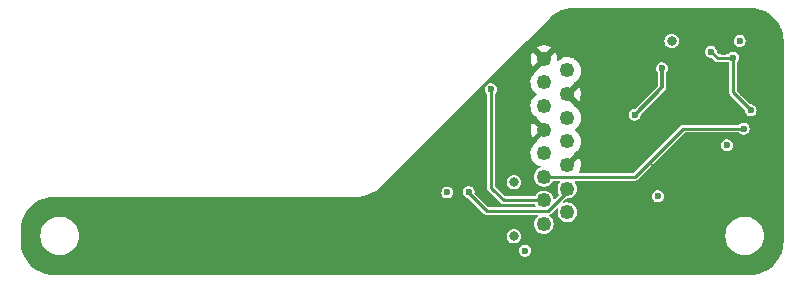
<source format=gbr>
%TF.GenerationSoftware,KiCad,Pcbnew,(6.0.5-0)*%
%TF.CreationDate,2025-05-14T10:57:02-04:00*%
%TF.ProjectId,SDTV2CSI,53445456-3243-4534-992e-6b696361645f,rev?*%
%TF.SameCoordinates,Original*%
%TF.FileFunction,Copper,L4,Bot*%
%TF.FilePolarity,Positive*%
%FSLAX46Y46*%
G04 Gerber Fmt 4.6, Leading zero omitted, Abs format (unit mm)*
G04 Created by KiCad (PCBNEW (6.0.5-0)) date 2025-05-14 10:57:02*
%MOMM*%
%LPD*%
G01*
G04 APERTURE LIST*
%TA.AperFunction,ComponentPad*%
%ADD10C,1.250000*%
%TD*%
%TA.AperFunction,ViaPad*%
%ADD11C,0.600000*%
%TD*%
%TA.AperFunction,ViaPad*%
%ADD12C,0.800000*%
%TD*%
%TA.AperFunction,Conductor*%
%ADD13C,0.250000*%
%TD*%
%TA.AperFunction,Conductor*%
%ADD14C,0.300000*%
%TD*%
%TA.AperFunction,Conductor*%
%ADD15C,0.254000*%
%TD*%
G04 APERTURE END LIST*
D10*
%TO.P,J1,1*%
%TO.N,+3V3*%
X60000000Y-68500000D03*
%TO.P,J1,2*%
%TO.N,CSDA*%
X62000000Y-67500000D03*
%TO.P,J1,3*%
%TO.N,CSCL*%
X60000000Y-66500000D03*
%TO.P,J1,4*%
%TO.N,LED_EN*%
X62000000Y-65500000D03*
%TO.P,J1,5*%
%TO.N,PWR_EN*%
X60000000Y-64500000D03*
%TO.P,J1,6*%
%TO.N,GND*%
X62000000Y-63500000D03*
%TO.P,J1,7*%
%TO.N,CLK+*%
X60000000Y-62500000D03*
%TO.P,J1,8*%
%TO.N,CLK-*%
X62000000Y-61500000D03*
%TO.P,J1,9*%
%TO.N,GND*%
X60000000Y-60500000D03*
%TO.P,J1,10*%
%TO.N,CD1+*%
X62000000Y-59500000D03*
%TO.P,J1,11*%
%TO.N,CD1-*%
X60000000Y-58499998D03*
%TO.P,J1,12*%
%TO.N,GND*%
X62000000Y-57500000D03*
%TO.P,J1,13*%
%TO.N,CD0+*%
X60000000Y-56500000D03*
%TO.P,J1,14*%
%TO.N,CD0-*%
X62000000Y-55500000D03*
%TO.P,J1,15*%
%TO.N,GND*%
X60000000Y-54500000D03*
%TD*%
D11*
%TO.N,GND*%
X75800000Y-65450000D03*
X72200000Y-55150000D03*
X66950000Y-53650000D03*
X67400000Y-57110000D03*
X77970000Y-56220000D03*
X72830000Y-70400000D03*
X67840000Y-60120000D03*
X72870000Y-66000000D03*
X50230000Y-71180000D03*
X61680000Y-50700000D03*
X76440000Y-50700000D03*
X69100000Y-54000000D03*
X69350000Y-63650000D03*
X72250000Y-53900000D03*
X52640000Y-65350000D03*
X61120000Y-52930000D03*
X51820000Y-70260000D03*
X64200000Y-70350000D03*
X72250000Y-52100000D03*
X77420000Y-64430000D03*
X54480000Y-64050000D03*
X76830000Y-57370000D03*
X71650000Y-66710000D03*
X70900000Y-54000000D03*
X69350000Y-64750000D03*
D12*
X64550000Y-66350000D03*
D11*
X75250000Y-52100000D03*
X78120000Y-51980000D03*
X66000000Y-56050000D03*
X58330000Y-69530000D03*
X75250000Y-53900000D03*
X75130000Y-61130000D03*
X51500000Y-66950000D03*
X74600000Y-63250000D03*
X71150000Y-64750000D03*
X73840000Y-69900000D03*
X77330000Y-59650000D03*
X73660000Y-68180000D03*
X60520000Y-71510000D03*
X78710000Y-64890000D03*
X70650000Y-69090000D03*
X65650000Y-59390000D03*
X69390000Y-55800000D03*
X65620000Y-60700000D03*
X56630000Y-56850000D03*
X58290000Y-55880000D03*
X76400000Y-63250000D03*
X56500000Y-65020000D03*
X64500000Y-69000000D03*
%TO.N,+3V3*%
X76580000Y-53000000D03*
D12*
X57450000Y-64970000D03*
%TO.N,+1V8*%
X57450000Y-69540000D03*
D11*
X69660000Y-66150000D03*
X58400000Y-70750000D03*
X75500000Y-61830000D03*
D12*
X70820000Y-53000000D03*
D11*
%TO.N,PWR_EN*%
X51830000Y-65830000D03*
X76920000Y-60420000D03*
%TO.N,LED_EN*%
X53630000Y-65790000D03*
%TO.N,DVDDIO*%
X77510000Y-58870000D03*
X76000000Y-54410000D03*
X74150000Y-53920000D03*
%TO.N,MVDD*%
X67690000Y-59250000D03*
X70000000Y-55320000D03*
%TO.N,CSCL*%
X55510000Y-57100000D03*
%TD*%
D13*
%TO.N,PWR_EN*%
X71783558Y-60420000D02*
X67703558Y-64500000D01*
X67703558Y-64500000D02*
X60000000Y-64500000D01*
X76920000Y-60420000D02*
X71783558Y-60420000D01*
%TO.N,LED_EN*%
X55152311Y-67402311D02*
X53630000Y-65880000D01*
X53630000Y-65880000D02*
X53630000Y-65790000D01*
X62000000Y-65500000D02*
X62000000Y-65776062D01*
X60373751Y-67402311D02*
X55152311Y-67402311D01*
X62000000Y-65776062D02*
X60373751Y-67402311D01*
%TO.N,DVDDIO*%
X76000000Y-57360000D02*
X77510000Y-58870000D01*
X76000000Y-54410000D02*
X76000000Y-57360000D01*
X74707311Y-54477311D02*
X75932689Y-54477311D01*
X75932689Y-54477311D02*
X76000000Y-54410000D01*
X74150000Y-53920000D02*
X74707311Y-54477311D01*
D14*
%TO.N,MVDD*%
X70000000Y-55320000D02*
X70000000Y-56940000D01*
X70000000Y-56940000D02*
X67690000Y-59250000D01*
D15*
%TO.N,CSCL*%
X55510000Y-63410000D02*
X55510000Y-57100000D01*
X56590000Y-66500000D02*
X55670000Y-65580000D01*
X60000000Y-66500000D02*
X56590000Y-66500000D01*
X55670000Y-65580000D02*
X55510000Y-65420000D01*
X55510000Y-65420000D02*
X55510000Y-63410000D01*
%TD*%
%TA.AperFunction,Conductor*%
%TO.N,GND*%
G36*
X77485170Y-50205613D02*
G01*
X77491380Y-50207041D01*
X77491381Y-50207041D01*
X77499635Y-50208939D01*
X77507970Y-50207053D01*
X77528784Y-50205316D01*
X77808872Y-50221046D01*
X77817245Y-50221990D01*
X78118078Y-50273103D01*
X78126293Y-50274978D01*
X78419498Y-50359449D01*
X78427458Y-50362234D01*
X78709367Y-50479005D01*
X78716965Y-50482664D01*
X78984029Y-50630265D01*
X78991169Y-50634752D01*
X79240022Y-50811322D01*
X79246615Y-50816580D01*
X79474134Y-51019903D01*
X79480097Y-51025866D01*
X79683420Y-51253385D01*
X79688678Y-51259978D01*
X79865248Y-51508831D01*
X79869735Y-51515971D01*
X80017336Y-51783035D01*
X80020995Y-51790633D01*
X80137766Y-52072542D01*
X80140551Y-52080502D01*
X80225021Y-52373703D01*
X80226897Y-52381922D01*
X80278010Y-52682752D01*
X80278954Y-52691132D01*
X80294656Y-52970738D01*
X80292960Y-52990649D01*
X80292959Y-52991382D01*
X80291061Y-52999635D01*
X80292930Y-53007895D01*
X80294446Y-53014595D01*
X80296300Y-53031191D01*
X80296300Y-69968318D01*
X80294387Y-69985170D01*
X80291061Y-69999635D01*
X80292930Y-70007893D01*
X80292947Y-70007968D01*
X80294684Y-70028784D01*
X80278954Y-70308869D01*
X80278010Y-70317245D01*
X80228863Y-70606512D01*
X80226898Y-70618075D01*
X80225022Y-70626293D01*
X80191174Y-70743783D01*
X80140551Y-70919498D01*
X80137766Y-70927458D01*
X80020995Y-71209367D01*
X80017336Y-71216965D01*
X79869735Y-71484029D01*
X79865248Y-71491169D01*
X79688678Y-71740022D01*
X79683420Y-71746615D01*
X79480097Y-71974134D01*
X79474134Y-71980097D01*
X79246615Y-72183420D01*
X79240022Y-72188678D01*
X78991169Y-72365248D01*
X78984029Y-72369735D01*
X78716965Y-72517336D01*
X78709367Y-72520995D01*
X78427458Y-72637766D01*
X78419499Y-72640551D01*
X78126293Y-72725022D01*
X78118078Y-72726897D01*
X77817245Y-72778010D01*
X77808870Y-72778954D01*
X77750583Y-72782227D01*
X77529262Y-72794656D01*
X77509351Y-72792960D01*
X77508618Y-72792959D01*
X77500365Y-72791061D01*
X77492105Y-72792930D01*
X77485405Y-72794446D01*
X77468809Y-72796300D01*
X18531682Y-72796300D01*
X18514830Y-72794387D01*
X18508620Y-72792959D01*
X18508619Y-72792959D01*
X18500365Y-72791061D01*
X18492030Y-72792947D01*
X18471216Y-72794684D01*
X18191128Y-72778954D01*
X18182755Y-72778010D01*
X17881922Y-72726897D01*
X17873707Y-72725022D01*
X17580501Y-72640551D01*
X17572542Y-72637766D01*
X17290633Y-72520995D01*
X17283035Y-72517336D01*
X17015971Y-72369735D01*
X17008831Y-72365248D01*
X16759978Y-72188678D01*
X16753385Y-72183420D01*
X16525866Y-71980097D01*
X16519903Y-71974134D01*
X16316580Y-71746615D01*
X16311322Y-71740022D01*
X16134752Y-71491169D01*
X16130265Y-71484029D01*
X15982664Y-71216965D01*
X15979005Y-71209367D01*
X15862234Y-70927458D01*
X15859449Y-70919498D01*
X15808826Y-70743783D01*
X15774978Y-70626293D01*
X15773102Y-70618075D01*
X15771138Y-70606512D01*
X15721990Y-70317245D01*
X15721046Y-70308869D01*
X15705357Y-70029501D01*
X15707180Y-70008313D01*
X15708938Y-70000729D01*
X15708939Y-70000000D01*
X15705583Y-69985288D01*
X15703700Y-69968564D01*
X15703700Y-69500000D01*
X17369474Y-69500000D01*
X17389548Y-69755070D01*
X17390238Y-69757944D01*
X17448436Y-70000351D01*
X17449278Y-70003860D01*
X17450408Y-70006589D01*
X17450410Y-70006594D01*
X17500765Y-70128161D01*
X17547191Y-70240243D01*
X17680877Y-70458399D01*
X17847044Y-70652956D01*
X18041601Y-70819123D01*
X18259757Y-70952809D01*
X18262479Y-70953936D01*
X18262480Y-70953937D01*
X18493406Y-71049590D01*
X18493411Y-71049592D01*
X18496140Y-71050722D01*
X18499017Y-71051413D01*
X18499021Y-71051414D01*
X18738841Y-71108990D01*
X18744930Y-71110452D01*
X18747874Y-71110684D01*
X18747876Y-71110684D01*
X18934659Y-71125384D01*
X18934667Y-71125384D01*
X18936137Y-71125500D01*
X19063863Y-71125500D01*
X19065333Y-71125384D01*
X19065341Y-71125384D01*
X19252124Y-71110684D01*
X19252126Y-71110684D01*
X19255070Y-71110452D01*
X19261159Y-71108990D01*
X19500979Y-71051414D01*
X19500983Y-71051413D01*
X19503860Y-71050722D01*
X19506589Y-71049592D01*
X19506594Y-71049590D01*
X19737520Y-70953937D01*
X19737521Y-70953936D01*
X19740243Y-70952809D01*
X19958399Y-70819123D01*
X20046611Y-70743783D01*
X57891158Y-70743783D01*
X57891852Y-70749090D01*
X57891852Y-70749093D01*
X57893972Y-70765302D01*
X57909866Y-70886848D01*
X57912022Y-70891748D01*
X57939386Y-70953937D01*
X57967975Y-71018912D01*
X58060815Y-71129358D01*
X58065274Y-71132326D01*
X58065275Y-71132327D01*
X58083319Y-71144338D01*
X58180922Y-71209308D01*
X58186034Y-71210905D01*
X58186036Y-71210906D01*
X58257863Y-71233346D01*
X58318640Y-71252334D01*
X58377487Y-71253413D01*
X58457536Y-71254880D01*
X58457538Y-71254880D01*
X58462898Y-71254978D01*
X58468069Y-71253568D01*
X58468071Y-71253568D01*
X58543186Y-71233089D01*
X58602101Y-71217027D01*
X58655120Y-71184473D01*
X58720487Y-71144338D01*
X58720490Y-71144336D01*
X58725056Y-71141532D01*
X58733388Y-71132327D01*
X58818287Y-71038533D01*
X58818288Y-71038531D01*
X58821881Y-71034562D01*
X58884790Y-70904716D01*
X58908728Y-70762433D01*
X58908880Y-70750000D01*
X58907990Y-70743783D01*
X58889185Y-70612471D01*
X58889184Y-70612468D01*
X58888426Y-70607174D01*
X58828707Y-70475830D01*
X58786578Y-70426937D01*
X58738019Y-70370581D01*
X58738016Y-70370578D01*
X58734525Y-70366527D01*
X58658498Y-70317248D01*
X58617947Y-70290964D01*
X58617946Y-70290964D01*
X58613451Y-70288050D01*
X58475217Y-70246710D01*
X58469861Y-70246677D01*
X58469859Y-70246677D01*
X58405476Y-70246284D01*
X58330937Y-70245828D01*
X58192209Y-70285477D01*
X58070185Y-70362468D01*
X57974674Y-70470613D01*
X57972399Y-70475460D01*
X57972397Y-70475462D01*
X57969933Y-70480711D01*
X57913356Y-70601218D01*
X57891158Y-70743783D01*
X20046611Y-70743783D01*
X20152956Y-70652956D01*
X20319123Y-70458399D01*
X20452809Y-70240243D01*
X20499235Y-70128161D01*
X20549590Y-70006594D01*
X20549592Y-70006589D01*
X20550722Y-70003860D01*
X20551565Y-70000351D01*
X20609762Y-69757944D01*
X20610452Y-69755070D01*
X20627378Y-69540000D01*
X56841091Y-69540000D01*
X56861839Y-69697597D01*
X56922669Y-69844454D01*
X57019436Y-69970564D01*
X57023343Y-69973562D01*
X57038471Y-69985170D01*
X57145545Y-70067331D01*
X57218974Y-70097746D01*
X57287854Y-70126277D01*
X57287856Y-70126277D01*
X57292403Y-70128161D01*
X57297281Y-70128803D01*
X57297284Y-70128804D01*
X57445116Y-70148266D01*
X57450000Y-70148909D01*
X57454884Y-70148266D01*
X57602716Y-70128804D01*
X57602719Y-70128803D01*
X57607597Y-70128161D01*
X57612144Y-70126277D01*
X57612146Y-70126277D01*
X57681026Y-70097746D01*
X57754455Y-70067331D01*
X57861529Y-69985170D01*
X57876657Y-69973562D01*
X57880564Y-69970564D01*
X57977331Y-69844454D01*
X58038161Y-69697597D01*
X58058909Y-69540000D01*
X58053643Y-69500000D01*
X75369474Y-69500000D01*
X75389548Y-69755070D01*
X75390238Y-69757944D01*
X75448436Y-70000351D01*
X75449278Y-70003860D01*
X75450408Y-70006589D01*
X75450410Y-70006594D01*
X75500765Y-70128161D01*
X75547191Y-70240243D01*
X75680877Y-70458399D01*
X75847044Y-70652956D01*
X76041601Y-70819123D01*
X76259757Y-70952809D01*
X76262479Y-70953936D01*
X76262480Y-70953937D01*
X76493406Y-71049590D01*
X76493411Y-71049592D01*
X76496140Y-71050722D01*
X76499017Y-71051413D01*
X76499021Y-71051414D01*
X76738841Y-71108990D01*
X76744930Y-71110452D01*
X76747874Y-71110684D01*
X76747876Y-71110684D01*
X76934659Y-71125384D01*
X76934667Y-71125384D01*
X76936137Y-71125500D01*
X77063863Y-71125500D01*
X77065333Y-71125384D01*
X77065341Y-71125384D01*
X77252124Y-71110684D01*
X77252126Y-71110684D01*
X77255070Y-71110452D01*
X77261159Y-71108990D01*
X77500979Y-71051414D01*
X77500983Y-71051413D01*
X77503860Y-71050722D01*
X77506589Y-71049592D01*
X77506594Y-71049590D01*
X77737520Y-70953937D01*
X77737521Y-70953936D01*
X77740243Y-70952809D01*
X77958399Y-70819123D01*
X78152956Y-70652956D01*
X78319123Y-70458399D01*
X78452809Y-70240243D01*
X78499235Y-70128161D01*
X78549590Y-70006594D01*
X78549592Y-70006589D01*
X78550722Y-70003860D01*
X78551565Y-70000351D01*
X78609762Y-69757944D01*
X78610452Y-69755070D01*
X78630526Y-69500000D01*
X78610452Y-69244930D01*
X78580831Y-69121551D01*
X78551414Y-68999021D01*
X78551413Y-68999017D01*
X78550722Y-68996140D01*
X78549303Y-68992713D01*
X78453937Y-68762480D01*
X78453936Y-68762479D01*
X78452809Y-68759757D01*
X78319123Y-68541601D01*
X78152956Y-68347044D01*
X77958399Y-68180877D01*
X77740243Y-68047191D01*
X77650985Y-68010219D01*
X77506594Y-67950410D01*
X77506589Y-67950408D01*
X77503860Y-67949278D01*
X77500983Y-67948587D01*
X77500979Y-67948586D01*
X77257944Y-67890238D01*
X77255070Y-67889548D01*
X77252126Y-67889316D01*
X77252124Y-67889316D01*
X77065341Y-67874616D01*
X77065333Y-67874616D01*
X77063863Y-67874500D01*
X76936137Y-67874500D01*
X76934667Y-67874616D01*
X76934659Y-67874616D01*
X76747876Y-67889316D01*
X76747874Y-67889316D01*
X76744930Y-67889548D01*
X76742056Y-67890238D01*
X76499021Y-67948586D01*
X76499017Y-67948587D01*
X76496140Y-67949278D01*
X76493411Y-67950408D01*
X76493406Y-67950410D01*
X76349015Y-68010219D01*
X76259757Y-68047191D01*
X76041601Y-68180877D01*
X75847044Y-68347044D01*
X75680877Y-68541601D01*
X75547191Y-68759757D01*
X75546064Y-68762479D01*
X75546063Y-68762480D01*
X75450698Y-68992713D01*
X75449278Y-68996140D01*
X75448587Y-68999017D01*
X75448586Y-68999021D01*
X75419169Y-69121551D01*
X75389548Y-69244930D01*
X75369474Y-69500000D01*
X58053643Y-69500000D01*
X58038161Y-69382403D01*
X57977331Y-69235546D01*
X57880564Y-69109436D01*
X57754455Y-69012669D01*
X57653796Y-68970975D01*
X57612146Y-68953723D01*
X57612144Y-68953723D01*
X57607597Y-68951839D01*
X57602719Y-68951197D01*
X57602716Y-68951196D01*
X57454884Y-68931734D01*
X57450000Y-68931091D01*
X57445116Y-68931734D01*
X57297284Y-68951196D01*
X57297281Y-68951197D01*
X57292403Y-68951839D01*
X57287856Y-68953723D01*
X57287854Y-68953723D01*
X57246204Y-68970975D01*
X57145546Y-69012669D01*
X57019436Y-69109436D01*
X56922669Y-69235546D01*
X56861839Y-69382403D01*
X56841091Y-69540000D01*
X20627378Y-69540000D01*
X20630526Y-69500000D01*
X20610452Y-69244930D01*
X20580831Y-69121551D01*
X20551414Y-68999021D01*
X20551413Y-68999017D01*
X20550722Y-68996140D01*
X20549303Y-68992713D01*
X20453937Y-68762480D01*
X20453936Y-68762479D01*
X20452809Y-68759757D01*
X20319123Y-68541601D01*
X20152956Y-68347044D01*
X19958399Y-68180877D01*
X19740243Y-68047191D01*
X19650985Y-68010219D01*
X19506594Y-67950410D01*
X19506589Y-67950408D01*
X19503860Y-67949278D01*
X19500983Y-67948587D01*
X19500979Y-67948586D01*
X19257944Y-67890238D01*
X19255070Y-67889548D01*
X19252126Y-67889316D01*
X19252124Y-67889316D01*
X19065341Y-67874616D01*
X19065333Y-67874616D01*
X19063863Y-67874500D01*
X18936137Y-67874500D01*
X18934667Y-67874616D01*
X18934659Y-67874616D01*
X18747876Y-67889316D01*
X18747874Y-67889316D01*
X18744930Y-67889548D01*
X18742056Y-67890238D01*
X18499021Y-67948586D01*
X18499017Y-67948587D01*
X18496140Y-67949278D01*
X18493411Y-67950408D01*
X18493406Y-67950410D01*
X18349015Y-68010219D01*
X18259757Y-68047191D01*
X18041601Y-68180877D01*
X17847044Y-68347044D01*
X17680877Y-68541601D01*
X17547191Y-68759757D01*
X17546064Y-68762479D01*
X17546063Y-68762480D01*
X17450698Y-68992713D01*
X17449278Y-68996140D01*
X17448587Y-68999017D01*
X17448586Y-68999021D01*
X17419169Y-69121551D01*
X17389548Y-69244930D01*
X17369474Y-69500000D01*
X15703700Y-69500000D01*
X15703700Y-69031929D01*
X15705642Y-69014949D01*
X15707976Y-69004878D01*
X15708938Y-69000729D01*
X15708939Y-69000000D01*
X15707995Y-68995862D01*
X15707994Y-68995853D01*
X15707096Y-68991918D01*
X15705330Y-68970975D01*
X15721046Y-68691131D01*
X15721990Y-68682752D01*
X15724271Y-68669328D01*
X15773103Y-68381922D01*
X15774979Y-68373703D01*
X15782660Y-68347044D01*
X15859449Y-68080501D01*
X15862234Y-68072542D01*
X15979005Y-67790633D01*
X15982664Y-67783035D01*
X16130265Y-67515971D01*
X16134752Y-67508831D01*
X16311322Y-67259978D01*
X16316580Y-67253385D01*
X16519903Y-67025866D01*
X16525866Y-67019903D01*
X16753385Y-66816580D01*
X16759978Y-66811322D01*
X17008831Y-66634752D01*
X17015971Y-66630265D01*
X17283035Y-66482664D01*
X17290633Y-66479005D01*
X17572542Y-66362234D01*
X17580502Y-66359449D01*
X17610780Y-66350726D01*
X17873707Y-66274978D01*
X17881922Y-66273103D01*
X18182755Y-66221990D01*
X18191130Y-66221046D01*
X18249417Y-66217773D01*
X18470738Y-66205344D01*
X18490649Y-66207040D01*
X18491382Y-66207041D01*
X18499635Y-66208939D01*
X18507895Y-66207070D01*
X18514595Y-66205554D01*
X18531191Y-66203700D01*
X43968071Y-66203700D01*
X43985052Y-66205642D01*
X43999271Y-66208938D01*
X44000000Y-66208939D01*
X44004141Y-66207994D01*
X44008361Y-66207522D01*
X44008378Y-66207673D01*
X44014287Y-66206861D01*
X44312549Y-66192209D01*
X44312554Y-66192208D01*
X44314396Y-66192118D01*
X44625764Y-66145931D01*
X44778435Y-66107689D01*
X44929302Y-66069898D01*
X44929304Y-66069897D01*
X44931106Y-66069446D01*
X45227481Y-65963402D01*
X45229144Y-65962616D01*
X45229150Y-65962613D01*
X45369758Y-65896110D01*
X45512035Y-65828818D01*
X45520435Y-65823783D01*
X51321158Y-65823783D01*
X51321852Y-65829090D01*
X51321852Y-65829093D01*
X51326757Y-65866598D01*
X51339866Y-65966848D01*
X51342022Y-65971748D01*
X51385209Y-66069898D01*
X51397975Y-66098912D01*
X51490815Y-66209358D01*
X51495274Y-66212326D01*
X51495275Y-66212327D01*
X51586576Y-66273102D01*
X51610922Y-66289308D01*
X51616034Y-66290905D01*
X51616036Y-66290906D01*
X51660240Y-66304716D01*
X51748640Y-66332334D01*
X51807487Y-66333413D01*
X51887536Y-66334880D01*
X51887538Y-66334880D01*
X51892898Y-66334978D01*
X51898069Y-66333568D01*
X51898071Y-66333568D01*
X52003898Y-66304716D01*
X52032101Y-66297027D01*
X52114656Y-66246338D01*
X52150487Y-66224338D01*
X52150490Y-66224336D01*
X52155056Y-66221532D01*
X52163388Y-66212327D01*
X52248287Y-66118533D01*
X52248288Y-66118531D01*
X52251881Y-66114562D01*
X52314790Y-65984716D01*
X52338728Y-65842433D01*
X52338880Y-65830000D01*
X52337990Y-65823783D01*
X52332262Y-65783783D01*
X53121158Y-65783783D01*
X53121852Y-65789090D01*
X53121852Y-65789093D01*
X53127583Y-65832914D01*
X53139866Y-65926848D01*
X53197975Y-66058912D01*
X53290815Y-66169358D01*
X53295274Y-66172326D01*
X53295275Y-66172327D01*
X53369883Y-66221990D01*
X53410922Y-66249308D01*
X53416034Y-66250905D01*
X53416036Y-66250906D01*
X53460068Y-66264662D01*
X53548640Y-66292334D01*
X53553997Y-66292432D01*
X53558158Y-66293106D01*
X53599313Y-66314165D01*
X54907406Y-67622258D01*
X54911839Y-67627095D01*
X54911842Y-67627098D01*
X54937767Y-67657994D01*
X54970678Y-67676995D01*
X54972687Y-67678155D01*
X54978218Y-67681679D01*
X55011253Y-67704810D01*
X55017608Y-67706513D01*
X55022459Y-67708775D01*
X55027415Y-67710828D01*
X55032456Y-67712663D01*
X55038155Y-67715953D01*
X55070941Y-67721734D01*
X55077865Y-67722955D01*
X55084271Y-67724375D01*
X55123221Y-67734812D01*
X55129773Y-67734239D01*
X55129775Y-67734239D01*
X55163397Y-67731297D01*
X55169951Y-67731011D01*
X59417112Y-67731011D01*
X59465450Y-67748604D01*
X59491170Y-67793153D01*
X59482237Y-67843811D01*
X59461313Y-67867049D01*
X59450898Y-67874616D01*
X59442437Y-67880763D01*
X59439803Y-67883689D01*
X59439799Y-67883692D01*
X59329859Y-68005794D01*
X59325874Y-68010219D01*
X59238775Y-68161081D01*
X59184944Y-68326754D01*
X59184532Y-68330670D01*
X59184532Y-68330672D01*
X59182811Y-68347044D01*
X59166735Y-68500000D01*
X59167147Y-68503920D01*
X59170872Y-68539356D01*
X59184944Y-68673246D01*
X59238775Y-68838919D01*
X59325874Y-68989781D01*
X59328514Y-68992713D01*
X59439801Y-69116310D01*
X59439804Y-69116312D01*
X59442437Y-69119237D01*
X59583367Y-69221629D01*
X59586967Y-69223232D01*
X59586969Y-69223233D01*
X59605850Y-69231639D01*
X59742507Y-69292482D01*
X59746354Y-69293300D01*
X59746358Y-69293301D01*
X59827704Y-69310591D01*
X59912900Y-69328700D01*
X60087100Y-69328700D01*
X60172296Y-69310591D01*
X60253642Y-69293301D01*
X60253646Y-69293300D01*
X60257493Y-69292482D01*
X60394150Y-69231639D01*
X60413031Y-69223233D01*
X60413033Y-69223232D01*
X60416633Y-69221629D01*
X60557563Y-69119237D01*
X60560196Y-69116312D01*
X60560199Y-69116310D01*
X60671486Y-68992713D01*
X60674126Y-68989781D01*
X60761225Y-68838919D01*
X60815056Y-68673246D01*
X60829129Y-68539356D01*
X60832853Y-68503920D01*
X60833265Y-68500000D01*
X60817189Y-68347044D01*
X60815468Y-68330672D01*
X60815468Y-68330670D01*
X60815056Y-68326754D01*
X60761225Y-68161081D01*
X60674126Y-68010219D01*
X60669626Y-68005221D01*
X60560199Y-67883690D01*
X60560196Y-67883688D01*
X60557563Y-67880763D01*
X60548943Y-67874500D01*
X60495569Y-67835721D01*
X60466805Y-67793075D01*
X60472182Y-67741917D01*
X60507991Y-67706728D01*
X60508450Y-67706514D01*
X60514809Y-67704810D01*
X60547844Y-67681679D01*
X60553375Y-67678155D01*
X60568664Y-67669328D01*
X60588295Y-67657994D01*
X60614223Y-67627095D01*
X60618652Y-67622262D01*
X61093788Y-67147126D01*
X61140408Y-67125386D01*
X61190095Y-67138700D01*
X61219600Y-67180837D01*
X61218481Y-67223538D01*
X61184944Y-67326754D01*
X61166735Y-67500000D01*
X61167147Y-67503920D01*
X61183687Y-67661282D01*
X61184944Y-67673246D01*
X61186162Y-67676994D01*
X61186162Y-67676995D01*
X61201096Y-67722955D01*
X61238775Y-67838919D01*
X61325874Y-67989781D01*
X61328514Y-67992713D01*
X61439801Y-68116310D01*
X61439804Y-68116312D01*
X61442437Y-68119237D01*
X61583367Y-68221629D01*
X61586967Y-68223232D01*
X61586969Y-68223233D01*
X61642243Y-68247842D01*
X61742507Y-68292482D01*
X61746354Y-68293300D01*
X61746358Y-68293301D01*
X61827704Y-68310591D01*
X61912900Y-68328700D01*
X62087100Y-68328700D01*
X62172296Y-68310591D01*
X62253642Y-68293301D01*
X62253646Y-68293300D01*
X62257493Y-68292482D01*
X62357757Y-68247842D01*
X62413031Y-68223233D01*
X62413033Y-68223232D01*
X62416633Y-68221629D01*
X62557563Y-68119237D01*
X62560196Y-68116312D01*
X62560199Y-68116310D01*
X62671486Y-67992713D01*
X62674126Y-67989781D01*
X62761225Y-67838919D01*
X62798904Y-67722955D01*
X62813838Y-67676995D01*
X62813838Y-67676994D01*
X62815056Y-67673246D01*
X62816314Y-67661282D01*
X62832853Y-67503920D01*
X62833265Y-67500000D01*
X62815056Y-67326754D01*
X62761225Y-67161081D01*
X62674126Y-67010219D01*
X62669626Y-67005221D01*
X62560199Y-66883690D01*
X62560196Y-66883688D01*
X62557563Y-66880763D01*
X62416633Y-66778371D01*
X62413033Y-66776768D01*
X62413031Y-66776767D01*
X62357757Y-66752158D01*
X62257493Y-66707518D01*
X62253646Y-66706700D01*
X62253642Y-66706699D01*
X62172296Y-66689409D01*
X62087100Y-66671300D01*
X61912900Y-66671300D01*
X61742507Y-66707518D01*
X61738911Y-66709119D01*
X61738905Y-66709121D01*
X61736237Y-66710309D01*
X61684923Y-66713895D01*
X61643308Y-66683658D01*
X61630865Y-66633746D01*
X61652479Y-66588435D01*
X61890188Y-66350726D01*
X61936808Y-66328986D01*
X61943362Y-66328700D01*
X62087100Y-66328700D01*
X62172297Y-66310591D01*
X62253642Y-66293301D01*
X62253646Y-66293300D01*
X62257493Y-66292482D01*
X62361135Y-66246338D01*
X62413031Y-66223233D01*
X62413033Y-66223232D01*
X62416633Y-66221629D01*
X62523778Y-66143783D01*
X69151158Y-66143783D01*
X69151852Y-66149090D01*
X69151852Y-66149093D01*
X69159247Y-66205642D01*
X69169866Y-66286848D01*
X69172022Y-66291748D01*
X69209665Y-66377298D01*
X69227975Y-66418912D01*
X69320815Y-66529358D01*
X69325274Y-66532326D01*
X69325275Y-66532327D01*
X69343319Y-66544338D01*
X69440922Y-66609308D01*
X69446034Y-66610905D01*
X69446036Y-66610906D01*
X69508001Y-66630265D01*
X69578640Y-66652334D01*
X69637487Y-66653413D01*
X69717536Y-66654880D01*
X69717538Y-66654880D01*
X69722898Y-66654978D01*
X69728069Y-66653568D01*
X69728071Y-66653568D01*
X69813544Y-66630265D01*
X69862101Y-66617027D01*
X69915120Y-66584473D01*
X69980487Y-66544338D01*
X69980490Y-66544336D01*
X69985056Y-66541532D01*
X69993388Y-66532327D01*
X70078287Y-66438533D01*
X70078288Y-66438531D01*
X70081881Y-66434562D01*
X70132183Y-66330737D01*
X70142454Y-66309538D01*
X70142454Y-66309537D01*
X70144790Y-66304716D01*
X70168728Y-66162433D01*
X70168880Y-66150000D01*
X70168468Y-66147121D01*
X70149185Y-66012471D01*
X70149184Y-66012468D01*
X70148426Y-66007174D01*
X70088707Y-65875830D01*
X70039303Y-65818494D01*
X69998019Y-65770581D01*
X69998016Y-65770578D01*
X69994525Y-65766527D01*
X69873451Y-65688050D01*
X69735217Y-65646710D01*
X69729861Y-65646677D01*
X69729859Y-65646677D01*
X69665476Y-65646284D01*
X69590937Y-65645828D01*
X69452209Y-65685477D01*
X69330185Y-65762468D01*
X69234674Y-65870613D01*
X69232399Y-65875460D01*
X69232397Y-65875462D01*
X69217878Y-65906387D01*
X69173356Y-66001218D01*
X69151158Y-66143783D01*
X62523778Y-66143783D01*
X62557563Y-66119237D01*
X62560196Y-66116312D01*
X62560199Y-66116310D01*
X62671486Y-65992713D01*
X62674126Y-65989781D01*
X62761225Y-65838919D01*
X62810246Y-65688050D01*
X62813838Y-65676995D01*
X62813838Y-65676994D01*
X62815056Y-65673246D01*
X62815714Y-65666991D01*
X62832853Y-65503920D01*
X62833265Y-65500000D01*
X62819426Y-65368334D01*
X62815468Y-65330672D01*
X62815468Y-65330670D01*
X62815056Y-65326754D01*
X62813224Y-65321114D01*
X62762443Y-65164830D01*
X62761225Y-65161081D01*
X62674126Y-65010219D01*
X62623703Y-64954219D01*
X62604433Y-64906525D01*
X62620328Y-64857602D01*
X62663952Y-64830343D01*
X62679587Y-64828700D01*
X67685918Y-64828700D01*
X67692472Y-64828986D01*
X67726094Y-64831928D01*
X67726096Y-64831928D01*
X67732648Y-64832501D01*
X67771598Y-64822064D01*
X67778004Y-64820644D01*
X67797059Y-64817284D01*
X67817714Y-64813642D01*
X67823413Y-64810352D01*
X67828454Y-64808517D01*
X67833410Y-64806464D01*
X67838261Y-64804202D01*
X67844616Y-64802499D01*
X67877651Y-64779368D01*
X67883182Y-64775844D01*
X67918102Y-64755683D01*
X67944027Y-64724787D01*
X67948459Y-64719951D01*
X70844627Y-61823783D01*
X74991158Y-61823783D01*
X74991852Y-61829090D01*
X74991852Y-61829093D01*
X74993972Y-61845302D01*
X75009866Y-61966848D01*
X75012022Y-61971748D01*
X75051436Y-62061323D01*
X75067975Y-62098912D01*
X75160815Y-62209358D01*
X75165274Y-62212326D01*
X75165275Y-62212327D01*
X75236943Y-62260033D01*
X75280922Y-62289308D01*
X75286034Y-62290905D01*
X75286036Y-62290906D01*
X75330954Y-62304939D01*
X75418640Y-62332334D01*
X75477487Y-62333413D01*
X75557536Y-62334880D01*
X75557538Y-62334880D01*
X75562898Y-62334978D01*
X75568069Y-62333568D01*
X75568071Y-62333568D01*
X75682778Y-62302295D01*
X75702101Y-62297027D01*
X75762351Y-62260033D01*
X75820487Y-62224338D01*
X75820490Y-62224336D01*
X75825056Y-62221532D01*
X75833388Y-62212327D01*
X75918287Y-62118533D01*
X75918288Y-62118531D01*
X75921881Y-62114562D01*
X75984790Y-61984716D01*
X76008728Y-61842433D01*
X76008880Y-61830000D01*
X76007990Y-61823783D01*
X75989185Y-61692471D01*
X75989184Y-61692468D01*
X75988426Y-61687174D01*
X75928707Y-61555830D01*
X75878702Y-61497797D01*
X75838019Y-61450581D01*
X75838016Y-61450578D01*
X75834525Y-61446527D01*
X75775891Y-61408522D01*
X75717947Y-61370964D01*
X75717946Y-61370964D01*
X75713451Y-61368050D01*
X75575217Y-61326710D01*
X75569861Y-61326677D01*
X75569859Y-61326677D01*
X75505476Y-61326284D01*
X75430937Y-61325828D01*
X75292209Y-61365477D01*
X75170185Y-61442468D01*
X75074674Y-61550613D01*
X75072399Y-61555460D01*
X75072397Y-61555462D01*
X75051854Y-61599218D01*
X75013356Y-61681218D01*
X74991158Y-61823783D01*
X70844627Y-61823783D01*
X71897684Y-60770726D01*
X71944304Y-60748986D01*
X71950858Y-60748700D01*
X76503206Y-60748700D01*
X76551544Y-60766293D01*
X76560770Y-60775512D01*
X76580815Y-60799358D01*
X76585274Y-60802326D01*
X76585275Y-60802327D01*
X76603319Y-60814338D01*
X76700922Y-60879308D01*
X76706034Y-60880905D01*
X76706036Y-60880906D01*
X76774982Y-60902446D01*
X76838640Y-60922334D01*
X76897487Y-60923413D01*
X76977536Y-60924880D01*
X76977538Y-60924880D01*
X76982898Y-60924978D01*
X76988069Y-60923568D01*
X76988071Y-60923568D01*
X77065545Y-60902446D01*
X77122101Y-60887027D01*
X77175120Y-60854473D01*
X77240487Y-60814338D01*
X77240490Y-60814336D01*
X77245056Y-60811532D01*
X77253388Y-60802327D01*
X77338287Y-60708533D01*
X77338288Y-60708531D01*
X77341881Y-60704562D01*
X77394943Y-60595041D01*
X77402454Y-60579538D01*
X77402454Y-60579537D01*
X77404790Y-60574716D01*
X77428728Y-60432433D01*
X77428880Y-60420000D01*
X77424095Y-60386586D01*
X77409185Y-60282471D01*
X77409184Y-60282468D01*
X77408426Y-60277174D01*
X77348707Y-60145830D01*
X77298940Y-60088073D01*
X77258019Y-60040581D01*
X77258016Y-60040578D01*
X77254525Y-60036527D01*
X77133451Y-59958050D01*
X76995217Y-59916710D01*
X76989861Y-59916677D01*
X76989859Y-59916677D01*
X76925476Y-59916284D01*
X76850937Y-59915828D01*
X76712209Y-59955477D01*
X76590185Y-60032468D01*
X76586643Y-60036478D01*
X76586640Y-60036481D01*
X76560676Y-60065880D01*
X76515491Y-60090464D01*
X76504311Y-60091300D01*
X71801187Y-60091300D01*
X71794633Y-60091014D01*
X71761022Y-60088073D01*
X71761020Y-60088073D01*
X71754468Y-60087500D01*
X71719483Y-60096874D01*
X71715524Y-60097935D01*
X71709118Y-60099355D01*
X71669402Y-60106358D01*
X71663703Y-60109648D01*
X71658662Y-60111483D01*
X71653715Y-60113532D01*
X71648856Y-60115798D01*
X71642500Y-60117501D01*
X71637110Y-60121275D01*
X71609469Y-60140629D01*
X71603938Y-60144153D01*
X71592580Y-60150711D01*
X71569014Y-60164317D01*
X71564788Y-60169353D01*
X71564786Y-60169355D01*
X71543089Y-60195213D01*
X71538657Y-60200049D01*
X67589432Y-64149274D01*
X67542812Y-64171014D01*
X67536258Y-64171300D01*
X63041854Y-64171300D01*
X62993516Y-64153707D01*
X62967796Y-64109158D01*
X62976242Y-64059356D01*
X63030459Y-63962544D01*
X63033250Y-63956276D01*
X63097493Y-63767021D01*
X63099098Y-63760336D01*
X63127955Y-63561315D01*
X63128330Y-63556919D01*
X63129762Y-63502217D01*
X63129618Y-63497797D01*
X63111216Y-63297540D01*
X63109965Y-63290788D01*
X63055713Y-63098425D01*
X63053254Y-63092018D01*
X62964857Y-62912767D01*
X62962445Y-62908831D01*
X62953910Y-62903235D01*
X62949836Y-62903717D01*
X62053174Y-63800379D01*
X62006554Y-63822119D01*
X61956867Y-63808805D01*
X61946826Y-63800379D01*
X61699621Y-63553174D01*
X61677881Y-63506554D01*
X61691195Y-63456867D01*
X61699621Y-63446826D01*
X62589510Y-62556937D01*
X62594079Y-62547138D01*
X62590439Y-62533553D01*
X62594921Y-62482309D01*
X62626330Y-62448478D01*
X62641763Y-62439835D01*
X62641770Y-62439830D01*
X62644772Y-62438149D01*
X62804939Y-62304939D01*
X62938149Y-62144772D01*
X63039940Y-61963011D01*
X63081860Y-61839520D01*
X63105793Y-61769014D01*
X63106903Y-61765744D01*
X63136796Y-61559577D01*
X63137001Y-61551770D01*
X63138298Y-61502217D01*
X63138298Y-61502216D01*
X63138356Y-61500000D01*
X63135833Y-61472537D01*
X63126499Y-61370964D01*
X63119294Y-61292551D01*
X63062747Y-61092050D01*
X62970608Y-60905211D01*
X62845963Y-60738291D01*
X62692987Y-60596881D01*
X62657858Y-60574716D01*
X62643692Y-60565778D01*
X62612199Y-60525105D01*
X62614218Y-60473705D01*
X62641222Y-60440207D01*
X62641771Y-60439830D01*
X62644772Y-60438149D01*
X62804939Y-60304939D01*
X62938149Y-60144772D01*
X63039940Y-59963011D01*
X63042146Y-59956514D01*
X63105793Y-59769014D01*
X63106903Y-59765744D01*
X63136796Y-59559577D01*
X63137166Y-59545467D01*
X63138298Y-59502217D01*
X63138298Y-59502216D01*
X63138356Y-59500000D01*
X63132673Y-59438147D01*
X63122818Y-59330906D01*
X63119294Y-59292551D01*
X63105540Y-59243783D01*
X67181158Y-59243783D01*
X67181852Y-59249090D01*
X67181852Y-59249093D01*
X67183626Y-59262657D01*
X67199866Y-59386848D01*
X67202022Y-59391748D01*
X67249654Y-59500000D01*
X67257975Y-59518912D01*
X67350815Y-59629358D01*
X67355274Y-59632326D01*
X67355275Y-59632327D01*
X67424006Y-59678078D01*
X67470922Y-59709308D01*
X67476034Y-59710905D01*
X67476036Y-59710906D01*
X67547863Y-59733346D01*
X67608640Y-59752334D01*
X67667487Y-59753413D01*
X67747536Y-59754880D01*
X67747538Y-59754880D01*
X67752898Y-59754978D01*
X67758069Y-59753568D01*
X67758071Y-59753568D01*
X67833186Y-59733089D01*
X67892101Y-59717027D01*
X67971959Y-59667994D01*
X68010487Y-59644338D01*
X68010490Y-59644336D01*
X68015056Y-59641532D01*
X68023388Y-59632327D01*
X68108287Y-59538533D01*
X68108288Y-59538531D01*
X68111881Y-59534562D01*
X68159661Y-59435942D01*
X68172454Y-59409538D01*
X68172454Y-59409537D01*
X68174790Y-59404716D01*
X68198728Y-59262433D01*
X68200061Y-59262657D01*
X68219834Y-59220374D01*
X70217743Y-57222465D01*
X70230125Y-57212464D01*
X70236115Y-57208596D01*
X70241336Y-57205225D01*
X70245184Y-57200343D01*
X70245187Y-57200341D01*
X70262259Y-57178686D01*
X70268140Y-57172068D01*
X70270882Y-57169326D01*
X70281917Y-57153884D01*
X70284044Y-57151051D01*
X70310388Y-57117634D01*
X70314236Y-57112753D01*
X70316296Y-57106887D01*
X70316807Y-57105957D01*
X70317264Y-57105231D01*
X70317612Y-57104560D01*
X70317944Y-57103769D01*
X70318411Y-57102816D01*
X70322025Y-57097759D01*
X70336000Y-57051030D01*
X70337094Y-57047662D01*
X70351684Y-57006113D01*
X70353251Y-57001652D01*
X70353700Y-56996468D01*
X70353700Y-56995089D01*
X70354084Y-56990558D01*
X70355763Y-56984943D01*
X70353758Y-56933902D01*
X70353700Y-56930950D01*
X70353700Y-55708867D01*
X70373148Y-55658402D01*
X70418284Y-55608537D01*
X70418287Y-55608533D01*
X70421881Y-55604562D01*
X70484790Y-55474716D01*
X70508728Y-55332433D01*
X70508880Y-55320000D01*
X70507990Y-55313783D01*
X70489185Y-55182471D01*
X70489184Y-55182468D01*
X70488426Y-55177174D01*
X70428707Y-55045830D01*
X70386578Y-54996937D01*
X70338019Y-54940581D01*
X70338016Y-54940578D01*
X70334525Y-54936527D01*
X70247326Y-54880007D01*
X70217947Y-54860964D01*
X70217946Y-54860964D01*
X70213451Y-54858050D01*
X70075217Y-54816710D01*
X70069861Y-54816677D01*
X70069859Y-54816677D01*
X70005476Y-54816284D01*
X69930937Y-54815828D01*
X69792209Y-54855477D01*
X69670185Y-54932468D01*
X69574674Y-55040613D01*
X69572399Y-55045460D01*
X69572397Y-55045462D01*
X69548968Y-55095366D01*
X69513356Y-55171218D01*
X69491158Y-55313783D01*
X69491852Y-55319090D01*
X69491852Y-55319093D01*
X69493972Y-55335302D01*
X69509866Y-55456848D01*
X69512022Y-55461748D01*
X69565510Y-55583309D01*
X69567975Y-55588912D01*
X69574674Y-55596881D01*
X69628664Y-55661110D01*
X69646300Y-55709498D01*
X69646300Y-56762345D01*
X69628707Y-56810683D01*
X69624274Y-56815519D01*
X67715738Y-58724055D01*
X67669118Y-58745795D01*
X67662108Y-58746080D01*
X67620937Y-58745828D01*
X67482209Y-58785477D01*
X67360185Y-58862468D01*
X67264674Y-58970613D01*
X67203356Y-59101218D01*
X67181158Y-59243783D01*
X63105540Y-59243783D01*
X63062747Y-59092050D01*
X63031920Y-59029538D01*
X62972133Y-58908304D01*
X62970608Y-58905211D01*
X62851591Y-58745828D01*
X62848027Y-58741055D01*
X62845963Y-58738291D01*
X62692987Y-58596881D01*
X62622619Y-58552482D01*
X62591128Y-58511810D01*
X62593147Y-58460410D01*
X62595374Y-58456776D01*
X62595464Y-58449914D01*
X62593950Y-58447503D01*
X61699621Y-57553174D01*
X61677881Y-57506554D01*
X61679524Y-57500422D01*
X62358361Y-57500422D01*
X62359966Y-57506413D01*
X62944129Y-58090576D01*
X62953928Y-58095145D01*
X62955745Y-58094658D01*
X62957652Y-58092550D01*
X63030459Y-57962544D01*
X63033250Y-57956276D01*
X63097493Y-57767021D01*
X63099098Y-57760336D01*
X63127955Y-57561315D01*
X63128330Y-57556919D01*
X63129762Y-57502217D01*
X63129618Y-57497797D01*
X63111216Y-57297540D01*
X63109965Y-57290788D01*
X63055713Y-57098425D01*
X63053254Y-57092018D01*
X62964857Y-56912767D01*
X62962445Y-56908831D01*
X62953910Y-56903235D01*
X62949836Y-56903717D01*
X62362930Y-57490623D01*
X62358361Y-57500422D01*
X61679524Y-57500422D01*
X61691195Y-57456867D01*
X61699621Y-57446826D01*
X62589510Y-56556937D01*
X62594079Y-56547138D01*
X62590439Y-56533553D01*
X62594921Y-56482309D01*
X62626330Y-56448478D01*
X62641763Y-56439835D01*
X62641770Y-56439830D01*
X62644772Y-56438149D01*
X62804939Y-56304939D01*
X62938149Y-56144772D01*
X63039940Y-55963011D01*
X63106903Y-55765744D01*
X63136796Y-55559577D01*
X63138356Y-55500000D01*
X63135833Y-55472537D01*
X63125965Y-55365153D01*
X63119294Y-55292551D01*
X63062747Y-55092050D01*
X62970608Y-54905211D01*
X62845963Y-54738291D01*
X62692987Y-54596881D01*
X62672260Y-54583803D01*
X62519714Y-54487553D01*
X62519708Y-54487550D01*
X62516803Y-54485717D01*
X62323311Y-54408522D01*
X62118991Y-54367880D01*
X61993632Y-54366239D01*
X61914129Y-54365198D01*
X61914128Y-54365198D01*
X61910686Y-54365153D01*
X61907295Y-54365736D01*
X61907291Y-54365736D01*
X61708764Y-54399850D01*
X61708763Y-54399850D01*
X61705372Y-54400433D01*
X61509925Y-54472537D01*
X61330891Y-54579051D01*
X61248699Y-54651132D01*
X61200758Y-54669775D01*
X61152048Y-54653240D01*
X61125362Y-54609264D01*
X61124695Y-54583803D01*
X61127955Y-54561317D01*
X61128330Y-54556919D01*
X61129762Y-54502217D01*
X61129618Y-54497797D01*
X61111216Y-54297540D01*
X61109965Y-54290788D01*
X61055713Y-54098425D01*
X61053254Y-54092018D01*
X60965358Y-53913783D01*
X73641158Y-53913783D01*
X73641852Y-53919090D01*
X73641852Y-53919093D01*
X73645110Y-53944006D01*
X73659866Y-54056848D01*
X73662022Y-54061748D01*
X73697175Y-54141639D01*
X73717975Y-54188912D01*
X73810815Y-54299358D01*
X73930922Y-54379308D01*
X73936034Y-54380905D01*
X73936036Y-54380906D01*
X73996673Y-54399850D01*
X74068640Y-54422334D01*
X74129750Y-54423454D01*
X74159362Y-54423997D01*
X74211158Y-54446010D01*
X74462406Y-54697258D01*
X74466839Y-54702095D01*
X74478849Y-54716407D01*
X74492767Y-54732994D01*
X74527687Y-54753155D01*
X74533218Y-54756679D01*
X74566253Y-54779810D01*
X74572608Y-54781513D01*
X74577459Y-54783775D01*
X74582415Y-54785828D01*
X74587456Y-54787663D01*
X74593155Y-54790953D01*
X74625941Y-54796734D01*
X74632865Y-54797955D01*
X74639271Y-54799375D01*
X74678221Y-54809812D01*
X74684773Y-54809239D01*
X74684775Y-54809239D01*
X74718397Y-54806297D01*
X74724951Y-54806011D01*
X75596100Y-54806011D01*
X75644438Y-54823604D01*
X75670158Y-54868153D01*
X75671300Y-54881211D01*
X75671300Y-57342360D01*
X75671014Y-57348914D01*
X75668317Y-57379742D01*
X75667499Y-57389090D01*
X75669202Y-57395444D01*
X75677936Y-57428041D01*
X75679356Y-57434446D01*
X75686358Y-57474156D01*
X75689648Y-57479855D01*
X75691483Y-57484896D01*
X75693536Y-57489852D01*
X75695798Y-57494703D01*
X75697501Y-57501058D01*
X75706757Y-57514277D01*
X75720632Y-57534093D01*
X75724154Y-57539621D01*
X75744317Y-57574544D01*
X75749359Y-57578775D01*
X75749360Y-57578776D01*
X75775213Y-57600469D01*
X75780049Y-57604901D01*
X76979957Y-58804809D01*
X77001697Y-58851429D01*
X77001966Y-58858597D01*
X77001158Y-58863783D01*
X77001852Y-58869091D01*
X77001852Y-58869094D01*
X77003687Y-58883123D01*
X77019866Y-59006848D01*
X77022022Y-59011748D01*
X77048528Y-59071987D01*
X77077975Y-59138912D01*
X77170815Y-59249358D01*
X77175274Y-59252326D01*
X77175275Y-59252327D01*
X77190457Y-59262433D01*
X77290922Y-59329308D01*
X77296034Y-59330905D01*
X77296036Y-59330906D01*
X77367863Y-59353346D01*
X77428640Y-59372334D01*
X77487487Y-59373413D01*
X77567536Y-59374880D01*
X77567538Y-59374880D01*
X77572898Y-59374978D01*
X77578069Y-59373568D01*
X77578071Y-59373568D01*
X77653186Y-59353089D01*
X77712101Y-59337027D01*
X77784537Y-59292551D01*
X77830487Y-59264338D01*
X77830490Y-59264336D01*
X77835056Y-59261532D01*
X77845494Y-59250000D01*
X77928287Y-59158533D01*
X77928288Y-59158531D01*
X77931881Y-59154562D01*
X77994790Y-59024716D01*
X78018728Y-58882433D01*
X78018880Y-58870000D01*
X78017990Y-58863783D01*
X77999185Y-58732471D01*
X77999184Y-58732468D01*
X77998426Y-58727174D01*
X77938707Y-58595830D01*
X77876951Y-58524159D01*
X77848019Y-58490581D01*
X77848016Y-58490578D01*
X77844525Y-58486527D01*
X77819334Y-58470199D01*
X77727947Y-58410964D01*
X77727946Y-58410964D01*
X77723451Y-58408050D01*
X77585217Y-58366710D01*
X77579861Y-58366677D01*
X77579859Y-58366677D01*
X77540831Y-58366439D01*
X77501741Y-58366200D01*
X77453512Y-58348311D01*
X77449027Y-58344175D01*
X76350726Y-57245874D01*
X76328986Y-57199254D01*
X76328700Y-57192700D01*
X76328700Y-54826485D01*
X76348148Y-54776020D01*
X76418287Y-54698533D01*
X76418288Y-54698531D01*
X76421881Y-54694562D01*
X76468074Y-54599219D01*
X76482454Y-54569538D01*
X76482454Y-54569537D01*
X76484790Y-54564716D01*
X76508728Y-54422433D01*
X76508880Y-54410000D01*
X76507510Y-54400433D01*
X76489185Y-54272471D01*
X76489184Y-54272468D01*
X76488426Y-54267174D01*
X76428707Y-54135830D01*
X76386578Y-54086937D01*
X76338019Y-54030581D01*
X76338016Y-54030578D01*
X76334525Y-54026527D01*
X76213451Y-53948050D01*
X76075217Y-53906710D01*
X76069861Y-53906677D01*
X76069859Y-53906677D01*
X76005476Y-53906284D01*
X75930937Y-53905828D01*
X75792209Y-53945477D01*
X75670185Y-54022468D01*
X75608760Y-54092018D01*
X75581229Y-54123191D01*
X75536044Y-54147775D01*
X75524864Y-54148611D01*
X74874611Y-54148611D01*
X74826273Y-54131018D01*
X74821437Y-54126585D01*
X74680756Y-53985904D01*
X74659016Y-53939284D01*
X74658736Y-53931813D01*
X74658844Y-53922915D01*
X74658880Y-53920000D01*
X74657844Y-53912767D01*
X74639185Y-53782471D01*
X74639184Y-53782468D01*
X74638426Y-53777174D01*
X74578707Y-53645830D01*
X74527393Y-53586277D01*
X74488019Y-53540581D01*
X74488016Y-53540578D01*
X74484525Y-53536527D01*
X74473244Y-53529215D01*
X74367947Y-53460964D01*
X74367946Y-53460964D01*
X74363451Y-53458050D01*
X74225217Y-53416710D01*
X74219861Y-53416677D01*
X74219859Y-53416677D01*
X74155476Y-53416284D01*
X74080937Y-53415828D01*
X73942209Y-53455477D01*
X73820185Y-53532468D01*
X73724674Y-53640613D01*
X73722399Y-53645460D01*
X73722397Y-53645462D01*
X73719933Y-53650711D01*
X73663356Y-53771218D01*
X73641158Y-53913783D01*
X60965358Y-53913783D01*
X60964857Y-53912767D01*
X60962445Y-53908831D01*
X60953910Y-53903235D01*
X60949836Y-53903717D01*
X59410179Y-55443374D01*
X59405610Y-55453172D01*
X59409695Y-55468418D01*
X59405211Y-55519662D01*
X59375506Y-55552508D01*
X59330891Y-55579051D01*
X59328298Y-55581325D01*
X59182864Y-55708867D01*
X59174266Y-55716407D01*
X59172132Y-55719114D01*
X59172130Y-55719116D01*
X59135372Y-55765744D01*
X59045294Y-55880007D01*
X59043691Y-55883054D01*
X59043689Y-55883057D01*
X58949899Y-56061323D01*
X58948296Y-56064370D01*
X58886520Y-56263322D01*
X58862034Y-56470201D01*
X58862259Y-56473635D01*
X58862259Y-56473638D01*
X58862865Y-56482876D01*
X58875659Y-56678078D01*
X58926938Y-56879991D01*
X59014155Y-57069178D01*
X59134387Y-57239303D01*
X59144784Y-57249431D01*
X59246906Y-57348914D01*
X59283609Y-57384669D01*
X59360673Y-57436161D01*
X59391088Y-57477643D01*
X59387723Y-57528972D01*
X59357341Y-57563313D01*
X59330891Y-57579049D01*
X59328298Y-57581323D01*
X59304064Y-57602576D01*
X59174266Y-57716405D01*
X59172132Y-57719112D01*
X59172130Y-57719114D01*
X59134364Y-57767021D01*
X59045294Y-57880005D01*
X59043691Y-57883052D01*
X59043689Y-57883055D01*
X59005166Y-57956276D01*
X58948296Y-58064368D01*
X58886520Y-58263320D01*
X58862034Y-58470199D01*
X58875659Y-58678076D01*
X58926938Y-58879989D01*
X59014155Y-59069176D01*
X59134387Y-59239301D01*
X59189050Y-59292551D01*
X59272216Y-59373568D01*
X59283609Y-59384667D01*
X59380370Y-59449321D01*
X59410785Y-59490802D01*
X59407420Y-59542131D01*
X59405376Y-59545467D01*
X59405453Y-59551320D01*
X59406512Y-59552959D01*
X60300379Y-60446826D01*
X60322119Y-60493446D01*
X60308805Y-60543133D01*
X60300379Y-60553174D01*
X59410179Y-61443374D01*
X59405610Y-61453172D01*
X59409695Y-61468418D01*
X59405211Y-61519662D01*
X59375506Y-61552508D01*
X59330891Y-61579051D01*
X59328298Y-61581325D01*
X59213158Y-61682300D01*
X59174266Y-61716407D01*
X59172132Y-61719114D01*
X59172130Y-61719116D01*
X59135372Y-61765744D01*
X59045294Y-61880007D01*
X59043691Y-61883054D01*
X59043689Y-61883057D01*
X58990204Y-61984716D01*
X58948296Y-62064370D01*
X58947276Y-62067655D01*
X58900731Y-62217556D01*
X58886520Y-62263322D01*
X58862034Y-62470201D01*
X58862259Y-62473635D01*
X58862259Y-62473638D01*
X58862865Y-62482876D01*
X58875659Y-62678078D01*
X58926938Y-62879991D01*
X59014155Y-63069178D01*
X59134387Y-63239303D01*
X59283609Y-63384669D01*
X59286478Y-63386586D01*
X59453955Y-63498491D01*
X59453958Y-63498492D01*
X59456823Y-63500407D01*
X59459987Y-63501766D01*
X59459990Y-63501768D01*
X59598591Y-63561315D01*
X59648229Y-63582641D01*
X59675895Y-63588901D01*
X59719158Y-63616729D01*
X59734412Y-63665854D01*
X59714520Y-63713292D01*
X59689886Y-63730946D01*
X59655504Y-63746254D01*
X59583368Y-63778371D01*
X59580184Y-63780684D01*
X59580181Y-63780686D01*
X59452022Y-63873799D01*
X59442437Y-63880763D01*
X59439803Y-63883689D01*
X59439799Y-63883692D01*
X59368801Y-63962544D01*
X59325874Y-64010219D01*
X59238775Y-64161081D01*
X59184944Y-64326754D01*
X59166735Y-64500000D01*
X59167147Y-64503920D01*
X59184135Y-64665546D01*
X59184944Y-64673246D01*
X59186162Y-64676994D01*
X59186162Y-64676995D01*
X59200875Y-64722276D01*
X59238775Y-64838919D01*
X59325874Y-64989781D01*
X59328514Y-64992713D01*
X59439801Y-65116310D01*
X59439804Y-65116312D01*
X59442437Y-65119237D01*
X59583367Y-65221629D01*
X59586967Y-65223232D01*
X59586969Y-65223233D01*
X59642243Y-65247842D01*
X59742507Y-65292482D01*
X59746354Y-65293300D01*
X59746358Y-65293301D01*
X59801616Y-65305046D01*
X59912900Y-65328700D01*
X60087100Y-65328700D01*
X60198384Y-65305046D01*
X60253642Y-65293301D01*
X60253646Y-65293300D01*
X60257493Y-65292482D01*
X60357757Y-65247842D01*
X60413031Y-65223233D01*
X60413033Y-65223232D01*
X60416633Y-65221629D01*
X60557563Y-65119237D01*
X60560196Y-65116312D01*
X60560199Y-65116310D01*
X60671486Y-64992713D01*
X60674126Y-64989781D01*
X60745417Y-64866300D01*
X60784822Y-64833235D01*
X60810542Y-64828700D01*
X61320413Y-64828700D01*
X61368751Y-64846293D01*
X61394471Y-64890842D01*
X61385538Y-64941500D01*
X61376298Y-64954218D01*
X61325874Y-65010219D01*
X61238775Y-65161081D01*
X61237557Y-65164830D01*
X61186777Y-65321114D01*
X61184944Y-65326754D01*
X61184532Y-65330670D01*
X61184532Y-65330672D01*
X61180574Y-65368334D01*
X61166735Y-65500000D01*
X61167147Y-65503920D01*
X61184287Y-65666991D01*
X61184944Y-65673246D01*
X61186162Y-65676994D01*
X61186162Y-65676995D01*
X61189754Y-65688050D01*
X61238775Y-65838919D01*
X61240745Y-65842331D01*
X61295396Y-65936991D01*
X61304328Y-65987650D01*
X61283445Y-66027765D01*
X60942338Y-66368872D01*
X60895718Y-66390612D01*
X60846031Y-66377298D01*
X60815607Y-66331331D01*
X60815469Y-66330680D01*
X60815056Y-66326754D01*
X60761225Y-66161081D01*
X60674126Y-66010219D01*
X60661654Y-65996367D01*
X60560199Y-65883690D01*
X60560196Y-65883688D01*
X60557563Y-65880763D01*
X60416633Y-65778371D01*
X60413033Y-65776768D01*
X60413031Y-65776767D01*
X60357757Y-65752158D01*
X60257493Y-65707518D01*
X60253646Y-65706700D01*
X60253642Y-65706699D01*
X60165903Y-65688050D01*
X60087100Y-65671300D01*
X59912900Y-65671300D01*
X59742507Y-65707518D01*
X59583368Y-65778371D01*
X59580184Y-65780684D01*
X59580181Y-65780686D01*
X59445627Y-65878445D01*
X59442437Y-65880763D01*
X59439803Y-65883689D01*
X59439799Y-65883692D01*
X59338346Y-65996367D01*
X59325874Y-66010219D01*
X59264623Y-66116310D01*
X59255738Y-66131700D01*
X59216333Y-66164765D01*
X59190613Y-66169300D01*
X56758128Y-66169300D01*
X56709790Y-66151707D01*
X56704954Y-66147274D01*
X55862726Y-65305046D01*
X55840986Y-65258426D01*
X55840700Y-65251872D01*
X55840700Y-64970000D01*
X56841091Y-64970000D01*
X56861839Y-65127597D01*
X56922669Y-65274454D01*
X57019436Y-65400564D01*
X57145545Y-65497331D01*
X57167918Y-65506598D01*
X57287854Y-65556277D01*
X57287856Y-65556277D01*
X57292403Y-65558161D01*
X57297281Y-65558803D01*
X57297284Y-65558804D01*
X57445116Y-65578266D01*
X57450000Y-65578909D01*
X57454884Y-65578266D01*
X57602716Y-65558804D01*
X57602719Y-65558803D01*
X57607597Y-65558161D01*
X57612144Y-65556277D01*
X57612146Y-65556277D01*
X57732082Y-65506598D01*
X57754455Y-65497331D01*
X57880564Y-65400564D01*
X57977331Y-65274454D01*
X58038161Y-65127597D01*
X58058909Y-64970000D01*
X58054469Y-64936271D01*
X58038804Y-64817284D01*
X58038803Y-64817281D01*
X58038161Y-64812403D01*
X58024478Y-64779368D01*
X57979215Y-64670095D01*
X57977331Y-64665546D01*
X57880564Y-64539436D01*
X57754455Y-64442669D01*
X57681026Y-64412254D01*
X57612146Y-64383723D01*
X57612144Y-64383723D01*
X57607597Y-64381839D01*
X57602719Y-64381197D01*
X57602716Y-64381196D01*
X57454884Y-64361734D01*
X57450000Y-64361091D01*
X57445116Y-64361734D01*
X57297284Y-64381196D01*
X57297281Y-64381197D01*
X57292403Y-64381839D01*
X57287856Y-64383723D01*
X57287854Y-64383723D01*
X57218975Y-64412254D01*
X57145546Y-64442669D01*
X57019436Y-64539436D01*
X56922669Y-64665546D01*
X56920785Y-64670095D01*
X56875523Y-64779368D01*
X56861839Y-64812403D01*
X56861197Y-64817281D01*
X56861196Y-64817284D01*
X56845531Y-64936271D01*
X56841091Y-64970000D01*
X55840700Y-64970000D01*
X55840700Y-60473861D01*
X58870792Y-60473861D01*
X58883865Y-60673304D01*
X58884939Y-60680084D01*
X58934136Y-60873799D01*
X58936430Y-60880276D01*
X59020100Y-61061771D01*
X59023543Y-61067734D01*
X59038735Y-61089231D01*
X59047616Y-61095392D01*
X59051404Y-61095043D01*
X59637070Y-60509377D01*
X59641639Y-60499578D01*
X59640034Y-60493587D01*
X59054470Y-59908023D01*
X59044671Y-59903454D01*
X59043372Y-59903802D01*
X59040910Y-59906597D01*
X58957786Y-60064588D01*
X58955160Y-60070929D01*
X58895893Y-60261800D01*
X58894464Y-60268521D01*
X58870972Y-60467006D01*
X58870792Y-60473861D01*
X55840700Y-60473861D01*
X55840700Y-57514277D01*
X55860148Y-57463812D01*
X55928284Y-57388537D01*
X55928287Y-57388533D01*
X55931881Y-57384562D01*
X55965360Y-57315460D01*
X55992454Y-57259538D01*
X55992454Y-57259537D01*
X55994790Y-57254716D01*
X56018728Y-57112433D01*
X56018880Y-57100000D01*
X56017737Y-57092018D01*
X55999185Y-56962471D01*
X55999184Y-56962468D01*
X55998426Y-56957174D01*
X55938707Y-56825830D01*
X55884005Y-56762345D01*
X55848019Y-56720581D01*
X55848016Y-56720578D01*
X55844525Y-56716527D01*
X55785206Y-56678078D01*
X55727947Y-56640964D01*
X55727946Y-56640964D01*
X55723451Y-56638050D01*
X55585217Y-56596710D01*
X55579861Y-56596677D01*
X55579859Y-56596677D01*
X55515476Y-56596284D01*
X55440937Y-56595828D01*
X55302209Y-56635477D01*
X55180185Y-56712468D01*
X55084674Y-56820613D01*
X55082399Y-56825460D01*
X55082397Y-56825462D01*
X55055882Y-56881939D01*
X55023356Y-56951218D01*
X55001158Y-57093783D01*
X55001852Y-57099090D01*
X55001852Y-57099093D01*
X55003972Y-57115302D01*
X55019866Y-57236848D01*
X55022022Y-57241748D01*
X55068271Y-57346857D01*
X55077975Y-57368912D01*
X55081424Y-57373015D01*
X55161664Y-57468472D01*
X55179300Y-57516860D01*
X55179300Y-65402272D01*
X55179014Y-65408826D01*
X55176071Y-65442468D01*
X55175476Y-65449267D01*
X55177179Y-65455623D01*
X55185980Y-65488471D01*
X55187399Y-65494874D01*
X55193305Y-65528370D01*
X55193307Y-65528376D01*
X55194449Y-65534851D01*
X55197738Y-65540547D01*
X55199480Y-65545334D01*
X55201798Y-65550932D01*
X55203957Y-65555562D01*
X55205660Y-65561916D01*
X55209434Y-65567306D01*
X55228937Y-65595159D01*
X55232462Y-65600691D01*
X55252761Y-65635849D01*
X55257797Y-65640075D01*
X55257799Y-65640077D01*
X55283862Y-65661946D01*
X55288698Y-65666378D01*
X56343622Y-66721302D01*
X56348054Y-66726138D01*
X56374151Y-66757239D01*
X56379850Y-66760529D01*
X56379852Y-66760531D01*
X56409294Y-66777529D01*
X56414826Y-66781053D01*
X56448083Y-66804340D01*
X56454440Y-66806043D01*
X56459069Y-66808202D01*
X56464666Y-66810520D01*
X56469453Y-66812262D01*
X56475149Y-66815551D01*
X56481623Y-66816693D01*
X56481630Y-66816695D01*
X56515136Y-66822603D01*
X56521538Y-66824022D01*
X56554376Y-66832820D01*
X56554377Y-66832820D01*
X56560733Y-66834523D01*
X56567285Y-66833950D01*
X56567287Y-66833950D01*
X56601163Y-66830986D01*
X56607717Y-66830700D01*
X59190613Y-66830700D01*
X59238951Y-66848293D01*
X59255738Y-66868301D01*
X59309148Y-66960812D01*
X59318080Y-67011470D01*
X59292360Y-67056018D01*
X59244023Y-67073611D01*
X55319611Y-67073611D01*
X55271273Y-67056018D01*
X55266437Y-67051585D01*
X54148655Y-65933803D01*
X54126915Y-65887183D01*
X54127671Y-65868156D01*
X54138728Y-65802433D01*
X54138880Y-65790000D01*
X54137854Y-65782834D01*
X54119185Y-65652471D01*
X54119184Y-65652468D01*
X54118426Y-65647174D01*
X54058707Y-65515830D01*
X54002485Y-65450581D01*
X53968019Y-65410581D01*
X53968016Y-65410578D01*
X53964525Y-65406527D01*
X53843451Y-65328050D01*
X53705217Y-65286710D01*
X53699861Y-65286677D01*
X53699859Y-65286677D01*
X53635476Y-65286284D01*
X53560937Y-65285828D01*
X53422209Y-65325477D01*
X53300185Y-65402468D01*
X53204674Y-65510613D01*
X53202399Y-65515460D01*
X53202397Y-65515462D01*
X53182049Y-65558804D01*
X53143356Y-65641218D01*
X53121158Y-65783783D01*
X52332262Y-65783783D01*
X52319185Y-65692471D01*
X52319184Y-65692468D01*
X52318426Y-65687174D01*
X52311209Y-65671300D01*
X52260926Y-65560711D01*
X52258707Y-65555830D01*
X52203399Y-65491642D01*
X52168019Y-65450581D01*
X52168016Y-65450578D01*
X52164525Y-65446527D01*
X52096249Y-65402272D01*
X52047947Y-65370964D01*
X52047946Y-65370964D01*
X52043451Y-65368050D01*
X51905217Y-65326710D01*
X51899861Y-65326677D01*
X51899859Y-65326677D01*
X51835476Y-65326284D01*
X51760937Y-65325828D01*
X51622209Y-65365477D01*
X51500185Y-65442468D01*
X51404674Y-65550613D01*
X51402399Y-65555460D01*
X51402397Y-65555462D01*
X51383760Y-65595159D01*
X51343356Y-65681218D01*
X51321158Y-65823783D01*
X45520435Y-65823783D01*
X45782027Y-65666991D01*
X45783494Y-65665903D01*
X45783503Y-65665897D01*
X45977702Y-65521868D01*
X46034856Y-65479480D01*
X46115398Y-65406481D01*
X46204646Y-65325592D01*
X46215242Y-65317573D01*
X46248990Y-65296445D01*
X57071573Y-54473861D01*
X58870792Y-54473861D01*
X58883865Y-54673304D01*
X58884939Y-54680084D01*
X58934136Y-54873799D01*
X58936430Y-54880276D01*
X59020100Y-55061771D01*
X59023543Y-55067734D01*
X59038735Y-55089231D01*
X59047616Y-55095392D01*
X59051404Y-55095043D01*
X59637070Y-54509377D01*
X59641639Y-54499578D01*
X59640034Y-54493587D01*
X59054470Y-53908023D01*
X59044671Y-53903454D01*
X59043372Y-53903802D01*
X59040910Y-53906597D01*
X58957786Y-54064588D01*
X58955160Y-54070929D01*
X58895893Y-54261800D01*
X58894464Y-54268521D01*
X58870972Y-54467006D01*
X58870792Y-54473861D01*
X57071573Y-54473861D01*
X57996532Y-53548902D01*
X59405421Y-53548902D01*
X59405453Y-53551320D01*
X59406512Y-53552959D01*
X59990623Y-54137070D01*
X60000422Y-54141639D01*
X60006413Y-54140034D01*
X60589510Y-53556937D01*
X60594079Y-53547138D01*
X60593317Y-53544293D01*
X60592549Y-53543561D01*
X60515847Y-53495164D01*
X60509723Y-53492044D01*
X60324095Y-53417986D01*
X60317500Y-53416032D01*
X60121481Y-53377042D01*
X60114652Y-53376324D01*
X59914798Y-53373708D01*
X59907960Y-53374246D01*
X59710973Y-53408095D01*
X59704351Y-53409870D01*
X59516837Y-53479047D01*
X59510637Y-53482004D01*
X59412260Y-53540531D01*
X59405421Y-53548902D01*
X57996532Y-53548902D01*
X58545434Y-53000000D01*
X70211091Y-53000000D01*
X70231839Y-53157597D01*
X70292669Y-53304454D01*
X70295667Y-53308361D01*
X70378806Y-53416710D01*
X70389436Y-53430564D01*
X70393343Y-53433562D01*
X70426896Y-53459308D01*
X70515545Y-53527331D01*
X70573460Y-53551320D01*
X70657854Y-53586277D01*
X70657856Y-53586277D01*
X70662403Y-53588161D01*
X70667281Y-53588803D01*
X70667284Y-53588804D01*
X70815116Y-53608266D01*
X70820000Y-53608909D01*
X70824884Y-53608266D01*
X70972716Y-53588804D01*
X70972719Y-53588803D01*
X70977597Y-53588161D01*
X70982144Y-53586277D01*
X70982146Y-53586277D01*
X71066540Y-53551320D01*
X71124455Y-53527331D01*
X71213104Y-53459308D01*
X71246657Y-53433562D01*
X71250564Y-53430564D01*
X71261195Y-53416710D01*
X71344333Y-53308361D01*
X71347331Y-53304454D01*
X71408161Y-53157597D01*
X71428909Y-53000000D01*
X71428091Y-52993783D01*
X76071158Y-52993783D01*
X76071852Y-52999090D01*
X76071852Y-52999093D01*
X76080512Y-53065315D01*
X76089866Y-53136848D01*
X76147975Y-53268912D01*
X76240815Y-53379358D01*
X76245274Y-53382326D01*
X76245275Y-53382327D01*
X76322244Y-53433562D01*
X76360922Y-53459308D01*
X76366034Y-53460905D01*
X76366036Y-53460906D01*
X76424103Y-53479047D01*
X76498640Y-53502334D01*
X76557487Y-53503413D01*
X76637536Y-53504880D01*
X76637538Y-53504880D01*
X76642898Y-53504978D01*
X76648069Y-53503568D01*
X76648071Y-53503568D01*
X76738012Y-53479047D01*
X76782101Y-53467027D01*
X76836604Y-53433562D01*
X76900487Y-53394338D01*
X76900490Y-53394336D01*
X76905056Y-53391532D01*
X76913388Y-53382327D01*
X76998287Y-53288533D01*
X76998288Y-53288531D01*
X77001881Y-53284562D01*
X77064790Y-53154716D01*
X77088728Y-53012433D01*
X77088784Y-53007895D01*
X77088844Y-53002914D01*
X77088880Y-53000000D01*
X77087541Y-52990649D01*
X77069185Y-52862471D01*
X77069184Y-52862468D01*
X77068426Y-52857174D01*
X77008707Y-52725830D01*
X76956002Y-52664663D01*
X76918019Y-52620581D01*
X76918016Y-52620578D01*
X76914525Y-52616527D01*
X76793451Y-52538050D01*
X76655217Y-52496710D01*
X76649861Y-52496677D01*
X76649859Y-52496677D01*
X76585476Y-52496284D01*
X76510937Y-52495828D01*
X76372209Y-52535477D01*
X76250185Y-52612468D01*
X76154674Y-52720613D01*
X76152399Y-52725460D01*
X76152397Y-52725462D01*
X76149933Y-52730711D01*
X76093356Y-52851218D01*
X76071158Y-52993783D01*
X71428091Y-52993783D01*
X71410106Y-52857174D01*
X71408804Y-52847284D01*
X71408803Y-52847281D01*
X71408161Y-52842403D01*
X71347331Y-52695546D01*
X71250564Y-52569436D01*
X71124455Y-52472669D01*
X71051026Y-52442254D01*
X70982146Y-52413723D01*
X70982144Y-52413723D01*
X70977597Y-52411839D01*
X70972719Y-52411197D01*
X70972716Y-52411196D01*
X70824884Y-52391734D01*
X70820000Y-52391091D01*
X70815116Y-52391734D01*
X70667284Y-52411196D01*
X70667281Y-52411197D01*
X70662403Y-52411839D01*
X70657856Y-52413723D01*
X70657854Y-52413723D01*
X70588975Y-52442254D01*
X70515546Y-52472669D01*
X70511639Y-52475667D01*
X70433693Y-52535477D01*
X70389436Y-52569436D01*
X70292669Y-52695546D01*
X70231839Y-52842403D01*
X70231197Y-52847281D01*
X70231196Y-52847284D01*
X70229894Y-52857174D01*
X70211091Y-53000000D01*
X58545434Y-53000000D01*
X60500311Y-51045123D01*
X60513579Y-51034559D01*
X60518984Y-51031175D01*
X60518985Y-51031174D01*
X60526163Y-51026680D01*
X60530682Y-51019518D01*
X60530684Y-51019516D01*
X60531123Y-51018820D01*
X60544220Y-51003229D01*
X60723304Y-50840916D01*
X60729008Y-50836234D01*
X60755509Y-50816580D01*
X60943494Y-50677161D01*
X60949627Y-50673063D01*
X61178665Y-50535783D01*
X61185174Y-50532304D01*
X61426563Y-50418135D01*
X61433378Y-50415312D01*
X61586236Y-50360619D01*
X61684801Y-50325352D01*
X61691863Y-50323210D01*
X61821373Y-50290769D01*
X61950888Y-50258327D01*
X61958115Y-50256889D01*
X62062520Y-50241402D01*
X62222264Y-50217707D01*
X62229608Y-50216984D01*
X62470529Y-50205148D01*
X62491071Y-50206970D01*
X62491379Y-50207041D01*
X62491381Y-50207041D01*
X62499635Y-50208939D01*
X62507895Y-50207070D01*
X62514595Y-50205554D01*
X62531191Y-50203700D01*
X77468318Y-50203700D01*
X77485170Y-50205613D01*
G37*
%TD.AperFunction*%
%TD*%
M02*

</source>
